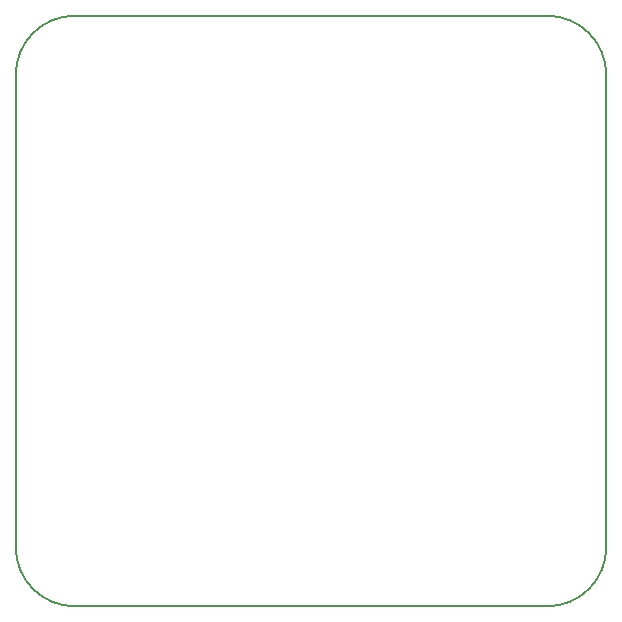
<source format=gm1>
G04 #@! TF.FileFunction,Profile,NP*
%FSLAX46Y46*%
G04 Gerber Fmt 4.6, Leading zero omitted, Abs format (unit mm)*
G04 Created by KiCad (PCBNEW 4.0.7) date Sunday, May 05, 2019 'AMt' 09:17:00 AM*
%MOMM*%
%LPD*%
G01*
G04 APERTURE LIST*
%ADD10C,0.100000*%
%ADD11C,0.150000*%
G04 APERTURE END LIST*
D10*
D11*
X170000000Y-100000000D02*
X130000000Y-100000000D01*
X175000000Y-105000000D02*
G75*
G03X170000000Y-100000000I-5000000J0D01*
G01*
X130000000Y-100000000D02*
G75*
G03X125000000Y-105000000I0J-5000000D01*
G01*
X175000000Y-145000000D02*
X175000000Y-105000000D01*
X130000000Y-150000000D02*
X170000000Y-150000000D01*
X125000000Y-105000000D02*
X125000000Y-145000000D01*
X170000000Y-150000000D02*
G75*
G03X175000000Y-145000000I0J5000000D01*
G01*
X125000000Y-145000000D02*
G75*
G03X130000000Y-150000000I5000000J0D01*
G01*
M02*

</source>
